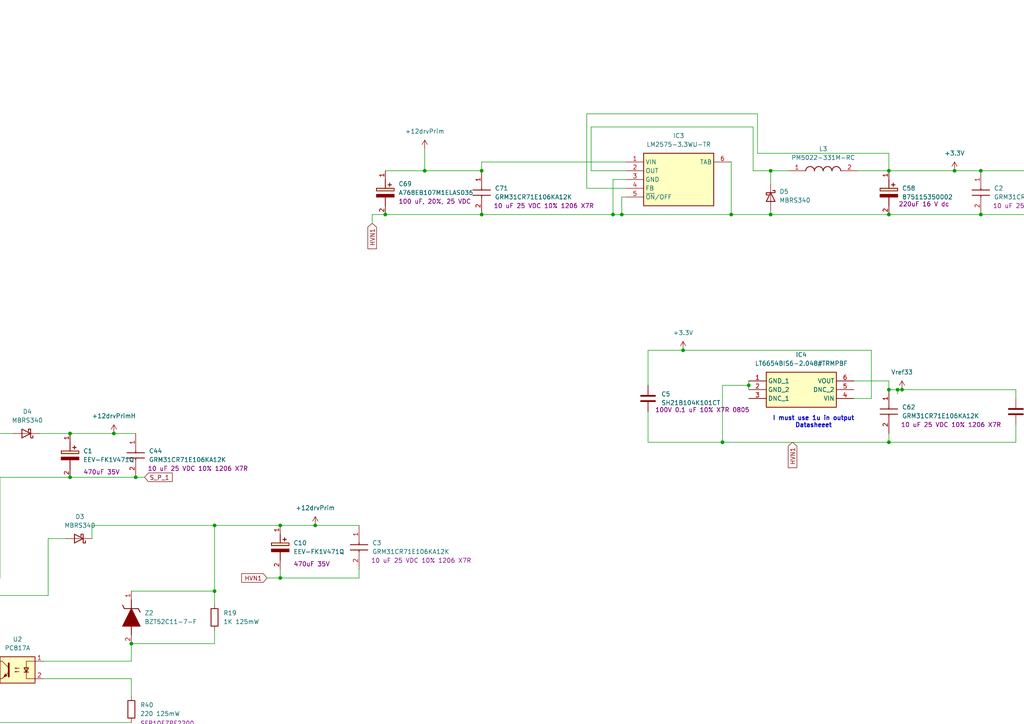
<source format=kicad_sch>
(kicad_sch (version 20250114) (generator "eeschema") (generator_version "9.0")
  (paper "A4")
  (lib_symbols
    (symbol "875115350002:875115350002" (pin_names (hide yes))
      (property "Reference" "C" (at 8.89 6.35 0))
      (property "Value" "875115350002" (at 8.89 3.81 0))
      (symbol "875115350002_1_1"
        (polyline (pts (xy 2.54 0) (xy 5.08 0)) (stroke (width 0.254)))
        (polyline (pts (xy 4.064 1.778) (xy 4.064 0.762)) (stroke (width 0.254)))
        (polyline (pts (xy 4.572 1.27) (xy 3.556 1.27)) (stroke (width 0.254)))
        (rectangle (start 5.08 2.54) (end 5.842 -2.54) (stroke (width 0.254)) (fill (type background)))
        (polyline (pts (xy 7.62 2.54) (xy 7.62 -2.54) (xy 6.858 -2.54) (xy 6.858 2.54) (xy 7.62 2.54)) (stroke (width 0.254)) (fill (type outline)))
        (polyline (pts (xy 7.62 0) (xy 10.16 0)) (stroke (width 0.254)))
        (pin passive line (at 0 0 0) (length 2.54) (name "+") (number "1"))
        (pin passive line (at 12.7 0 180) (length 2.54) (name "-") (number "2"))
      )
    )
    (symbol "A768EB107M1ELAS036:A768EB107M1ELAS036" (pin_names (hide yes))
      (property "Reference" "C" (at 10.16 -1.27 0))
      (property "Value" "A768EB107M1ELAS036" (at 8.89 3.81 0))
      (symbol "A768EB107M1ELAS036_1_1"
        (polyline (pts (xy 3.81 0) (xy 6.35 0)) (stroke (width 0.254)))
        (polyline (pts (xy 5.334 1.778) (xy 5.334 0.762)) (stroke (width 0.254)))
        (polyline (pts (xy 5.842 1.27) (xy 4.826 1.27)) (stroke (width 0.254)))
        (rectangle (start 6.35 2.54) (end 7.112 -2.54) (stroke (width 0.254)) (fill (type background)))
        (polyline (pts (xy 8.89 2.54) (xy 8.89 -2.54) (xy 8.128 -2.54) (xy 8.128 2.54) (xy 8.89 2.54)) (stroke (width 0.254)) (fill (type outline)))
        (polyline (pts (xy 8.89 0) (xy 11.43 0)) (stroke (width 0.254)))
        (pin passive line (at 1.27 0 0) (length 2.54) (name "+") (number "1"))
        (pin passive line (at 13.97 0 180) (length 2.54) (name "-") (number "2"))
      )
    )
    (symbol "BZT52C11-7-F:BZT52C11-7-F" (pin_names (hide yes))
      (property "Reference" "Z" (at 10.16 8.89 0))
      (property "Value" "BZT52C11-7-F" (at 10.16 6.35 0))
      (symbol "BZT52C11-7-F_1_1"
        (polyline (pts (xy 2.54 0) (xy 5.08 0)) (stroke (width 0.254)))
        (polyline (pts (xy 4.064 -2.54) (xy 5.08 -2.032)) (stroke (width 0.254)))
        (polyline (pts (xy 5.08 2.032) (xy 5.08 -2.032)) (stroke (width 0.254)))
        (polyline (pts (xy 5.08 2.032) (xy 6.096 2.54)) (stroke (width 0.254)))
        (polyline (pts (xy 5.08 0) (xy 10.16 2.54) (xy 10.16 -2.54) (xy 5.08 0)) (stroke (width 0.254)) (fill (type outline)))
        (polyline (pts (xy 12.7 0) (xy 10.16 0)) (stroke (width 0.254)))
        (pin passive line (at 0 0 0) (length 2.54) (name "K") (number "1"))
        (pin passive line (at 15.24 0 180) (length 2.54) (name "A") (number "2"))
      )
    )
    (symbol "Device:C" (pin_numbers (hide yes)) (pin_names (offset 0.254))
      (property "Reference" "C" (at 0.635 2.54 0))
      (property "Value" "C" (at 0.635 -2.54 0))
      (symbol "C_0_1"
        (polyline (pts (xy -2.032 0.762) (xy 2.032 0.762)) (stroke (width 0.508)))
        (polyline (pts (xy -2.032 -0.762) (xy 2.032 -0.762)) (stroke (width 0.508)))
      )
      (symbol "C_1_1"
        (pin passive line (at 0 3.81 270) (length 2.794) (name "~") (number "1"))
        (pin passive line (at 0 -3.81 90) (length 2.794) (name "~") (number "2"))
      )
    )
    (symbol "Device:R" (pin_numbers (hide yes)) (pin_names (offset 0))
      (property "Reference" "R" (at 2.032 0 90))
      (property "Value" "R" (at 0 0 90))
      (symbol "R_0_1"
        (rectangle (start -1.016 -2.54) (end 1.016 2.54) (stroke (width 0.254)))
      )
      (symbol "R_1_1"
        (pin passive line (at 0 3.81 270) (length 1.27) (name "~") (number "1"))
        (pin passive line (at 0 -3.81 90) (length 1.27) (name "~") (number "2"))
      )
    )
    (symbol "Device:Transformer_1P_2S" (pin_names (offset 1.016) (hide yes))
      (property "Reference" "T" (at 0 12.7 0))
      (property "Value" "Transformer_1P_2S" (at 0 -12.7 0))
      (symbol "Transformer_1P_2S_0_1"
        (arc (start -1.27 3.81) (mid -1.656 2.9336) (end -2.54 2.5654))
        (arc (start -1.27 1.27) (mid -1.656 0.3936) (end -2.54 0.0254))
        (arc (start -1.27 -1.27) (mid -1.656 -2.1464) (end -2.54 -2.5146))
        (arc (start -1.27 -3.81) (mid -1.656 -4.6864) (end -2.54 -5.0546))
        (arc (start -2.54 5.08) (mid -1.642 4.708) (end -1.27 3.81))
        (arc (start -2.54 2.54) (mid -1.642 2.168) (end -1.27 1.27))
        (arc (start -2.54 0) (mid -1.642 -0.372) (end -1.27 -1.27))
        (arc (start -2.54 -2.54) (mid -1.642 -2.912) (end -1.27 -3.81))
        (polyline (pts (xy -0.508 -10.16) (xy -0.508 10.16)))
        (polyline (pts (xy 0.508 10.16) (xy 0.508 -10.16)))
        (arc (start 1.2954 8.89) (mid 1.6457 9.7917) (end 2.54 10.16))
        (arc (start 1.2954 6.35) (mid 1.6457 7.2517) (end 2.54 7.62))
        (arc (start 1.2954 3.81) (mid 1.6457 4.7117) (end 2.54 5.08))
        (arc (start 1.2954 -3.81) (mid 1.6457 -2.9083) (end 2.54 -2.54))
        (arc (start 1.2954 -6.35) (mid 1.6457 -5.4483) (end 2.54 -5.08))
        (arc (start 1.2954 -8.89) (mid 1.6457 -7.9883) (end 2.54 -7.62))
        (arc (start 2.54 7.6454) (mid 1.6599 8.0099) (end 1.2954 8.89))
        (arc (start 2.54 5.1054) (mid 1.6599 5.4699) (end 1.2954 6.35))
        (arc (start 2.54 2.5654) (mid 1.6599 2.9299) (end 1.2954 3.81))
        (arc (start 2.54 -5.0546) (mid 1.6599 -4.6901) (end 1.2954 -3.81))
        (arc (start 2.54 -7.5946) (mid 1.6599 -7.2301) (end 1.2954 -6.35))
        (arc (start 2.54 -10.1346) (mid 1.6599 -9.7701) (end 1.2954 -8.89))
      )
      (symbol "Transformer_1P_2S_1_1"
        (pin passive line (at -10.16 5.08 0) (length 7.62) (name "AA") (number "1"))
        (pin passive line (at -10.16 -5.08 0) (length 7.62) (name "AB") (number "2"))
        (pin passive line (at 10.16 10.16 180) (length 7.62) (name "SA") (number "3"))
        (pin passive line (at 10.16 2.54 180) (length 7.62) (name "SB") (number "4"))
        (pin passive line (at 10.16 -2.54 180) (length 7.62) (name "SC") (number "5"))
        (pin passive line (at 10.16 -10.16 180) (length 7.62) (name "SD") (number "6"))
      )
    )
    (symbol "Diode:MBRS340" (pin_numbers (hide yes)) (pin_names (offset 1.016) (hide yes))
      (property "Reference" "D" (at 0 2.54 0))
      (property "Value" "MBRS340" (at 0 -2.54 0))
      (symbol "MBRS340_0_1"
        (polyline (pts (xy -1.905 0.635) (xy -1.905 1.27) (xy -1.27 1.27) (xy -1.27 -1.27) (xy -0.635 -1.27) (xy -0.635 -0.635)) (stroke (width 0.254)))
        (polyline (pts (xy 1.27 1.27) (xy 1.27 -1.27) (xy -1.27 0) (xy 1.27 1.27)) (stroke (width 0.254)))
        (polyline (pts (xy 1.27 0) (xy -1.27 0)))
      )
      (symbol "MBRS340_1_1"
        (pin passive line (at -3.81 0 0) (length 2.54) (name "K") (number "1"))
        (pin passive line (at 3.81 0 180) (length 2.54) (name "A") (number "2"))
      )
    )
    (symbol "Diode:US1J" (pin_numbers (hide yes)) (pin_names (hide yes))
      (property "Reference" "D" (at 0 2.54 0))
      (property "Value" "US1J" (at 0 -2.54 0))
      (symbol "US1J_0_1"
        (polyline (pts (xy -1.27 1.27) (xy -1.27 -1.27)) (stroke (width 0.254)))
        (polyline (pts (xy 1.27 1.27) (xy 1.27 -1.27) (xy -1.27 0) (xy 1.27 1.27)) (stroke (width 0.254)))
        (polyline (pts (xy 1.27 0) (xy -1.27 0)))
      )
      (symbol "US1J_1_1"
        (pin passive line (at -3.81 0 0) (length 2.54) (name "K") (number "1"))
        (pin passive line (at 3.81 0 180) (length 2.54) (name "A") (number "2"))
      )
    )
    (symbol "EEV-FK1V471Q:EEV-FK1V471Q" (pin_names (hide yes))
      (property "Reference" "C" (at 8.89 6.35 0))
      (property "Value" "EEV-FK1V471Q" (at 8.89 3.81 0))
      (symbol "EEV-FK1V471Q_1_1"
        (polyline (pts (xy 2.54 0) (xy 5.08 0)) (stroke (width 0.254)))
        (polyline (pts (xy 4.064 1.778) (xy 4.064 0.762)) (stroke (width 0.254)))
        (polyline (pts (xy 4.572 1.27) (xy 3.556 1.27)) (stroke (width 0.254)))
        (rectangle (start 5.08 2.54) (end 5.842 -2.54) (stroke (width 0.254)) (fill (type background)))
        (polyline (pts (xy 7.62 2.54) (xy 7.62 -2.54) (xy 6.858 -2.54) (xy 6.858 2.54) (xy 7.62 2.54)) (stroke (width 0.254)) (fill (type outline)))
        (polyline (pts (xy 7.62 0) (xy 10.16 0)) (stroke (width 0.254)))
        (pin passive line (at 0 0 0) (length 2.54) (name "+") (number "1"))
        (pin passive line (at 12.7 0 180) (length 2.54) (name "-") (number "2"))
      )
    )
    (symbol "GRM31CR71E106KA12K:GRM31CR71E106KA12K" (pin_names (hide yes))
      (property "Reference" "C" (at 8.89 6.35 0))
      (property "Value" "GRM31CR71E106KA12K" (at 8.89 3.81 0))
      (symbol "GRM31CR71E106KA12K_1_1"
        (polyline (pts (xy 5.08 0) (xy 5.588 0)) (stroke (width 0.254)))
        (polyline (pts (xy 5.588 2.54) (xy 5.588 -2.54)) (stroke (width 0.254)))
        (polyline (pts (xy 7.112 2.54) (xy 7.112 -2.54)) (stroke (width 0.254)))
        (polyline (pts (xy 7.112 0) (xy 7.62 0)) (stroke (width 0.254)))
        (pin passive line (at 0 0 0) (length 5.08) (name "1") (number "1"))
        (pin passive line (at 12.7 0 180) (length 5.08) (name "2") (number "2"))
      )
    )
    (symbol "Isolator:PC817" (pin_names (offset 1.016))
      (property "Reference" "U" (at -5.08 5.08 0))
      (property "Value" "PC817" (at 0 5.08 0))
      (symbol "PC817_0_1"
        (rectangle (start -5.08 3.81) (end 5.08 -3.81) (stroke (width 0.254)) (fill (type background)))
        (polyline (pts (xy -5.08 2.54) (xy -2.54 2.54) (xy -2.54 -0.635)))
        (polyline (pts (xy -3.175 -0.635) (xy -1.905 -0.635)) (stroke (width 0.254)))
        (polyline (pts (xy -2.54 -0.635) (xy -2.54 -2.54) (xy -5.08 -2.54)))
        (polyline (pts (xy -2.54 -0.635) (xy -3.175 0.635) (xy -1.905 0.635) (xy -2.54 -0.635)) (stroke (width 0.254)))
        (polyline (pts (xy -0.508 0.508) (xy 0.762 0.508) (xy 0.381 0.381) (xy 0.381 0.635) (xy 0.762 0.508)))
        (polyline (pts (xy -0.508 -0.508) (xy 0.762 -0.508) (xy 0.381 -0.635) (xy 0.381 -0.381) (xy 0.762 -0.508)))
        (polyline (pts (xy 2.54 1.905) (xy 2.54 -1.905)) (stroke (width 0.508)))
        (polyline (pts (xy 2.54 0.635) (xy 4.445 2.54)))
        (polyline (pts (xy 3.048 -1.651) (xy 3.556 -1.143) (xy 4.064 -2.159) (xy 3.048 -1.651)) (fill (type outline)))
        (polyline (pts (xy 4.445 2.54) (xy 5.08 2.54)))
        (polyline (pts (xy 4.445 -2.54) (xy 2.54 -0.635)) (fill (type outline)))
        (polyline (pts (xy 4.445 -2.54) (xy 5.08 -2.54)))
      )
      (symbol "PC817_1_1"
        (pin passive line (at -7.62 2.54 0) (length 2.54) (name "~") (number "1"))
        (pin passive line (at -7.62 -2.54 0) (length 2.54) (name "~") (number "2"))
        (pin passive line (at 7.62 2.54 180) (length 2.54) (name "~") (number "4"))
        (pin passive line (at 7.62 -2.54 180) (length 2.54) (name "~") (number "3"))
      )
    )
    (symbol "LM2575-3_3WU-TR:LM2575-3.3WU-TR"
      (property "Reference" "IC" (at 26.67 7.62 0))
      (property "Value" "LM2575-3.3WU-TR" (at 26.67 5.08 0))
      (symbol "LM2575-3.3WU-TR_1_1"
        (rectangle (start 5.08 2.54) (end 25.4 -12.7) (stroke (width 0.254)) (fill (type background)))
        (pin passive line (at 0 0 0) (length 5.08) (name "VIN") (number "1"))
        (pin passive line (at 0 -2.54 0) (length 5.08) (name "OUT") (number "2"))
        (pin passive line (at 0 -5.08 0) (length 5.08) (name "GND") (number "3"))
        (pin passive line (at 0 -7.62 0) (length 5.08) (name "FB") (number "4"))
        (pin passive line (at 0 -10.16 0) (length 5.08) (name "~{ON}/OFF") (number "5"))
        (pin passive line (at 30.48 0 180) (length 5.08) (name "TAB") (number "6"))
      )
    )
    (symbol "LM2575HVS-ADJ_NOPB:LM2575HVS-ADJ_NOPB"
      (property "Reference" "IC" (at 36.83 7.62 0))
      (property "Value" "LM2575HVS-ADJ_NOPB" (at 36.83 5.08 0))
      (symbol "LM2575HVS-ADJ_NOPB_1_1"
        (rectangle (start 5.08 2.54) (end 35.56 -12.7) (stroke (width 0.254)) (fill (type background)))
        (pin input line (at 0 0 0) (length 5.08) (name "VIN") (number "1"))
        (pin output line (at 0 -2.54 0) (length 5.08) (name "OUTPUT") (number "2"))
        (pin passive line (at 0 -5.08 0) (length 5.08) (name "GROUND") (number "3"))
        (pin passive line (at 0 -7.62 0) (length 5.08) (name "FEEDBACK") (number "4"))
        (pin passive line (at 0 -10.16 0) (length 5.08) (name "~{ON}/OFF") (number "5"))
        (pin power_in line (at 40.64 0 180) (length 5.08) (name "GND_(TAB)") (number "6"))
      )
    )
    (symbol "LT6654BIS6-2_048#TRMPBF:LT6654BIS6-2.048#TRMPBF"
      (property "Reference" "IC" (at 26.67 7.62 0))
      (property "Value" "LT6654BIS6-2.048#TRMPBF" (at 26.67 5.08 0))
      (symbol "LT6654BIS6-2.048#TRMPBF_1_1"
        (rectangle (start 5.08 2.54) (end 25.4 -7.62) (stroke (width 0.254)) (fill (type background)))
        (pin passive line (at 0 0 0) (length 5.08) (name "GND_1") (number "1"))
        (pin passive line (at 0 -2.54 0) (length 5.08) (name "GND_2") (number "2"))
        (pin passive line (at 0 -5.08 0) (length 5.08) (name "DNC_1") (number "3"))
        (pin passive line (at 30.48 0 180) (length 5.08) (name "VOUT") (number "6"))
        (pin passive line (at 30.48 -2.54 180) (length 5.08) (name "DNC_2") (number "5"))
        (pin passive line (at 30.48 -5.08 180) (length 5.08) (name "VIN") (number "4"))
      )
    )
    (symbol "PM5022-331M-RC:PM5022-331M-RC" (pin_names (hide yes))
      (property "Reference" "L" (at 16.51 6.35 0))
      (property "Value" "PM5022-331M-RC" (at 16.51 3.81 0))
      (symbol "PM5022-331M-RC_1_1"
        (arc (start 5.08 0) (mid 6.35 1.219) (end 7.62 0) (stroke (width 0.254)))
        (arc (start 7.62 0) (mid 8.89 1.219) (end 10.16 0) (stroke (width 0.254)))
        (arc (start 10.16 0) (mid 11.43 1.219) (end 12.7 0) (stroke (width 0.254)))
        (arc (start 12.7 0) (mid 13.97 1.219) (end 15.24 0) (stroke (width 0.254)))
        (pin passive line (at 0 0 0) (length 5.08) (name "1") (number "1"))
        (pin passive line (at 20.32 0 180) (length 5.08) (name "2") (number "2"))
      )
    )
    (symbol "TNY280GN-TL:TNY280GN-TL"
      (property "Reference" "PS" (at 26.67 12.7 0))
      (property "Value" "TNY280GN-TL" (at 26.67 10.16 0))
      (symbol "TNY280GN-TL_1_1"
        (rectangle (start 5.08 7.62) (end 25.4 -10.16) (stroke (width 0.254)) (fill (type background)))
        (pin passive line (at 0 0 0) (length 5.08) (name "BP/M") (number "2"))
        (pin passive line (at 10.16 -15.24 90) (length 5.08) (name "S_1") (number "5"))
        (pin passive line (at 12.7 -15.24 90) (length 5.08) (name "S_2") (number "6"))
        (pin passive line (at 15.24 12.7 270) (length 5.08) (name "D") (number "4"))
        (pin passive line (at 15.24 -15.24 90) (length 5.08) (name "S_3") (number "7"))
        (pin passive line (at 17.78 -15.24 90) (length 5.08) (name "S_4") (number "8"))
        (pin passive line (at 30.48 0 180) (length 5.08) (name "EN/UV") (number "1"))
      )
    )
    (symbol "power:+12V" (power) (pin_numbers (hide yes)) (pin_names (offset 0) (hide yes))
      (property "Value" "+12V" (at 0 3.556 0))
      (symbol "+12V_0_1"
        (polyline (pts (xy -0.762 1.27) (xy 0 2.54)))
        (polyline (pts (xy 0 2.54) (xy 0.762 1.27)))
        (polyline (pts (xy 0 0) (xy 0 2.54)))
      )
      (symbol "+12V_1_1"
        (pin power_in line (at 0 0 90) (length 0) (name "~") (number "1"))
      )
    )
    (symbol "power:+3V0" (power) (pin_numbers (hide yes)) (pin_names (offset 0) (hide yes))
      (property "Value" "+3V0" (at 0 3.556 0))
      (symbol "+3V0_0_1"
        (polyline (pts (xy -0.762 1.27) (xy 0 2.54)))
        (polyline (pts (xy 0 2.54) (xy 0.762 1.27)))
        (polyline (pts (xy 0 0) (xy 0 2.54)))
      )
      (symbol "+3V0_1_1"
        (pin power_in line (at 0 0 90) (length 0) (name "~") (number "1"))
      )
    )
    (symbol "power:+5V" (power) (pin_numbers (hide yes)) (pin_names (offset 0) (hide yes))
      (property "Value" "+5V" (at 0 3.556 0))
      (symbol "+5V_0_1"
        (polyline (pts (xy -0.762 1.27) (xy 0 2.54)))
        (polyline (pts (xy 0 2.54) (xy 0.762 1.27)))
        (polyline (pts (xy 0 0) (xy 0 2.54)))
      )
      (symbol "+5V_1_1"
        (pin power_in line (at 0 0 90) (length 0) (name "~") (number "1"))
      )
    )
  )
  (text "I must use 1u in output\nDatasheeet\n" (at 235.966 122.428 0) (effects (font (size 1.27 1.27) (thickness 0.254) (bold yes))))
  (text "add 100uF capa or see what you can do \n" (at 495.046 -4.318 0) (effects (font (size 1.27 1.27))))
  (text "https://www.power.com/products/tinyswitch/tinyswitch-iii/tny280p" (at -129.286 182.88 0) (effects (font (size 1.27 1.27))))
  (text "https://www.power.com/sites/default/files/documents/di176.pdf?language=en" (at -122.936 179.324 0) (effects (font (size 1.27 1.27))))
  (text "example of dc fan 12v 1.5w CFM-5015V-172-381 5cmx5cm" (at -53.594 142.494 0) (effects (font (size 1.27 1.27))))
  (junction (at 33.02 125.73))
  (junction (at 177.8 62.23))
  (junction (at 20.32 138.43))
  (junction (at 257.81 49.53))
  (junction (at 261.62 113.03))
  (junction (at 209.55 128.27))
  (junction (at 534.67 31.75))
  (junction (at 20.32 125.73))
  (junction (at 257.81 128.27))
  (junction (at 260.35 113.03))
  (junction (at 212.09 62.23))
  (junction (at -2.54 209.55))
  (junction (at 534.67 -8.89))
  (junction (at 284.48 49.53))
  (junction (at 139.7 49.53))
  (junction (at 217.17 111.76))
  (junction (at 257.81 62.23))
  (junction (at 523.24 -25.4))
  (junction (at 523.24 -17.78))
  (junction (at 566.42 19.05))
  (junction (at -83.82 165.1))
  (junction (at 81.28 167.64))
  (junction (at 566.42 6.35))
  (junction (at 276.86 49.53))
  (junction (at 39.37 138.43))
  (junction (at 198.12 101.6))
  (junction (at 123.19 49.53))
  (junction (at -76.2 233.68))
  (junction (at 139.7 62.23))
  (junction (at 81.28 152.4))
  (junction (at 603.25 6.35))
  (junction (at 62.23 171.45))
  (junction (at 111.76 62.23))
  (junction (at 223.52 62.23))
  (junction (at 622.3 6.35))
  (junction (at 180.34 62.23))
  (junction (at -76.2 214.63))
  (junction (at -72.39 185.42))
  (junction (at 91.44 152.4))
  (junction (at -76.2 224.79))
  (junction (at -73.66 214.63))
  (junction (at 38.1 186.69))
  (junction (at -72.39 177.8))
  (junction (at 223.52 49.53))
  (junction (at 600.71 6.35))
  (junction (at 622.3 19.05))
  (junction (at -62.23 165.1))
  (junction (at 257.81 113.03))
  (junction (at 62.23 152.4))
  (junction (at 603.25 19.05))
  (junction (at 284.48 62.23))
  (wire (pts (xy 217.17 110.49) (xy 217.17 111.76)))
  (wire (pts (xy -73.66 214.63) (xy -71.12 214.63)))
  (wire (pts (xy 528.32 -25.4) (xy 528.32 -8.89)))
  (wire (pts (xy -83.82 177.8) (xy -83.82 172.72)))
  (wire (pts (xy 26.67 152.4) (xy 62.23 152.4)))
  (wire (pts (xy 104.14 165.1) (xy 104.14 167.64)))
  (wire (pts (xy -83.82 165.1) (xy -62.23 165.1)))
  (wire (pts (xy 257.81 128.27) (xy 294.64 128.27)))
  (wire (pts (xy 111.76 62.23) (xy 139.7 62.23)))
  (wire (pts (xy 257.81 62.23) (xy 284.48 62.23)))
  (wire (pts (xy 180.34 57.15) (xy 180.34 62.23)))
  (wire (pts (xy 480.06 -10.16) (xy 520.7 -10.16)))
  (wire (pts (xy 123.19 43.18) (xy 123.19 49.53)))
  (wire (pts (xy 534.67 31.75) (xy 520.7 31.75)))
  (wire (pts (xy 600.71 6.35) (xy 603.25 6.35)))
  (wire (pts (xy -2.54 233.68) (xy -2.54 209.55)))
  (wire (pts (xy 525.78 -12.7) (xy 534.67 -12.7)))
  (wire (pts (xy 181.61 46.99) (xy 139.7 46.99)))
  (wire (pts (xy 520.7 -10.16) (xy 520.7 -8.89)))
  (wire (pts (xy 62.23 171.45) (xy 62.23 175.26)))
  (wire (pts (xy 622.3 19.05) (xy 623.57 19.05)))
  (wire (pts (xy 217.17 111.76) (xy 217.17 113.03)))
  (wire (pts (xy 219.71 44.45) (xy 219.71 33.02)))
  (wire (pts (xy 38.1 171.45) (xy 62.23 171.45)))
  (wire (pts (xy 209.55 111.76) (xy 209.55 128.27)))
  (wire (pts (xy 257.81 113.03) (xy 260.35 113.03)))
  (wire (pts (xy 62.23 182.88) (xy 62.23 186.69)))
  (wire (pts (xy 20.32 125.73) (xy 33.02 125.73)))
  (wire (pts (xy 257.81 110.49) (xy 257.81 113.03)))
  (wire (pts (xy 261.62 113.03) (xy 294.64 113.03)))
  (wire (pts (xy 591.82 6.35) (xy 600.71 6.35)))
  (wire (pts (xy 294.64 115.57) (xy 294.64 113.03)))
  (wire (pts (xy 549.91 31.75) (xy 534.67 31.75)))
  (wire (pts (xy -62.23 172.72) (xy -62.23 177.8)))
  (wire (pts (xy 223.52 62.23) (xy 257.81 62.23)))
  (wire (pts (xy 11.43 125.73) (xy 20.32 125.73)))
  (wire (pts (xy 257.81 125.73) (xy 257.81 128.27)))
  (wire (pts (xy -38.1 175.26) (xy -33.02 175.26)))
  (wire (pts (xy 0 167.64) (xy 0 138.43)))
  (wire (pts (xy -76.2 214.63) (xy -73.66 214.63)))
  (wire (pts (xy 294.64 123.19) (xy 294.64 128.27)))
  (wire (pts (xy 177.8 62.23) (xy 180.34 62.23)))
  (wire (pts (xy 218.44 49.53) (xy 223.52 49.53)))
  (wire (pts (xy 26.67 152.4) (xy 26.67 156.21)))
  (wire (pts (xy 62.23 152.4) (xy 81.28 152.4)))
  (wire (pts (xy 181.61 57.15) (xy 180.34 57.15)))
  (wire (pts (xy 223.52 49.53) (xy 228.6 49.53)))
  (wire (pts (xy 525.78 -8.89) (xy 525.78 -12.7)))
  (wire (pts (xy 33.02 125.73) (xy 39.37 125.73)))
  (wire (pts (xy -38.1 175.26) (xy -38.1 185.42)))
  (wire (pts (xy 252.73 115.57) (xy 252.73 101.6)))
  (wire (pts (xy 523.24 -17.78) (xy 548.64 -17.78)))
  (wire (pts (xy 181.61 49.53) (xy 171.45 49.53)))
  (wire (pts (xy 217.17 111.76) (xy 209.55 111.76)))
  (wire (pts (xy 530.86 -8.89) (xy 534.67 -8.89)))
  (wire (pts (xy -58.42 191.77) (xy -58.42 199.39)))
  (wire (pts (xy 603.25 19.05) (xy 622.3 19.05)))
  (wire (pts (xy 0 138.43) (xy 20.32 138.43)))
  (wire (pts (xy 549.91 19.05) (xy 566.42 19.05)))
  (wire (pts (xy -76.2 214.63) (xy -76.2 224.79)))
  (wire (pts (xy -88.9 199.39) (xy -105.41 199.39)))
  (wire (pts (xy -12.7 167.64) (xy 0 167.64)))
  (wire (pts (xy 322.58 50.8) (xy 322.58 49.53)))
  (wire (pts (xy -91.44 233.68) (xy -76.2 233.68)))
  (wire (pts (xy -62.23 165.1) (xy -33.02 165.1)))
  (wire (pts (xy 247.65 115.57) (xy 252.73 115.57)))
  (wire (pts (xy 600.71 1.27) (xy 600.71 6.35)))
  (wire (pts (xy 260.35 113.03) (xy 260.35 114.3)))
  (wire (pts (xy 223.52 60.96) (xy 223.52 62.23)))
  (wire (pts (xy 38.1 196.85) (xy 38.1 201.93)))
  (wire (pts (xy 603.25 6.35) (xy 622.3 6.35)))
  (wire (pts (xy -76.2 233.68) (xy -2.54 233.68)))
  (wire (pts (xy 218.44 36.83) (xy 218.44 49.53)))
  (wire (pts (xy 548.64 -17.78) (xy 548.64 6.35)))
  (wire (pts (xy 91.44 152.4) (xy 104.14 152.4)))
  (wire (pts (xy 171.45 49.53) (xy 171.45 36.83)))
  (wire (pts (xy 523.24 -25.4) (xy 528.32 -25.4)))
  (wire (pts (xy -73.66 185.42) (xy -73.66 186.69)))
  (wire (pts (xy -58.42 191.77) (xy -2.54 191.77)))
  (wire (pts (xy -105.41 224.79) (xy -76.2 224.79)))
  (wire (pts (xy 181.61 52.07) (xy 177.8 52.07)))
  (wire (pts (xy 260.35 113.03) (xy 261.62 113.03)))
  (wire (pts (xy 77.47 167.64) (xy 81.28 167.64)))
  (wire (pts (xy 257.81 44.45) (xy 257.81 49.53)))
  (wire (pts (xy 20.32 138.43) (xy 39.37 138.43)))
  (wire (pts (xy -78.74 214.63) (xy -76.2 214.63)))
  (wire (pts (xy 81.28 152.4) (xy 91.44 152.4)))
  (wire (pts (xy 219.71 33.02) (xy 170.18 33.02)))
  (wire (pts (xy -2.54 196.85) (xy -2.54 209.55)))
  (wire (pts (xy 223.52 49.53) (xy 223.52 53.34)))
  (wire (pts (xy 81.28 167.64) (xy 81.28 165.1)))
  (wire (pts (xy 38.1 191.77) (xy 38.1 186.69)))
  (wire (pts (xy -12.7 125.73) (xy 3.81 125.73)))
  (wire (pts (xy -2.54 209.55) (xy 38.1 209.55)))
  (wire (pts (xy 139.7 62.23) (xy 177.8 62.23)))
  (wire (pts (xy 12.7 196.85) (xy 38.1 196.85)))
  (wire (pts (xy 523.24 -8.89) (xy 523.24 -17.78)))
  (wire (pts (xy 180.34 62.23) (xy 212.09 62.23)))
  (wire (pts (xy 39.37 138.43) (xy 41.91 138.43)))
  (wire (pts (xy 219.71 44.45) (xy 257.81 44.45)))
  (wire (pts (xy 209.55 128.27) (xy 257.81 128.27)))
  (wire (pts (xy 171.45 36.83) (xy 218.44 36.83)))
  (wire (pts (xy 104.14 167.64) (xy 81.28 167.64)))
  (wire (pts (xy 212.09 62.23) (xy 223.52 62.23)))
  (wire (pts (xy -73.66 185.42) (xy -72.39 185.42)))
  (wire (pts (xy 111.76 49.53) (xy 123.19 49.53)))
  (wire (pts (xy -76.2 224.79) (xy -76.2 233.68)))
  (wire (pts (xy 534.67 -8.89) (xy 534.67 31.75)))
  (wire (pts (xy 284.48 62.23) (xy 322.58 62.23)))
  (wire (pts (xy 549.91 19.05) (xy 549.91 31.75)))
  (wire (pts (xy 248.92 49.53) (xy 257.81 49.53)))
  (wire (pts (xy -12.7 125.73) (xy -12.7 160.02)))
  (wire (pts (xy 566.42 19.05) (xy 603.25 19.05)))
  (wire (pts (xy 322.58 58.42) (xy 322.58 62.23)))
  (wire (pts (xy -12.7 172.72) (xy 13.97 172.72)))
  (wire (pts (xy -105.41 199.39) (xy -105.41 207.01)))
  (wire (pts (xy 566.42 6.35) (xy 566.42 10.16)))
  (wire (pts (xy 562.61 -33.02) (xy 562.61 1.27)))
  (wire (pts (xy 257.81 49.53) (xy 276.86 49.53)))
  (wire (pts (xy 187.96 101.6) (xy 187.96 111.76)))
  (wire (pts (xy 276.86 49.53) (xy 284.48 49.53)))
  (wire (pts (xy 177.8 52.07) (xy 177.8 62.23)))
  (wire (pts (xy 198.12 101.6) (xy 252.73 101.6)))
  (wire (pts (xy 107.95 64.77) (xy 107.95 62.23)))
  (wire (pts (xy -72.39 177.8) (xy -62.23 177.8)))
  (wire (pts (xy 12.7 191.77) (xy 38.1 191.77)))
  (wire (pts (xy -83.82 177.8) (xy -72.39 177.8)))
  (wire (pts (xy 62.23 152.4) (xy 62.23 171.45)))
  (wire (pts (xy 107.95 62.23) (xy 111.76 62.23)))
  (wire (pts (xy 13.97 172.72) (xy 13.97 156.21)))
  (wire (pts (xy 562.61 1.27) (xy 600.71 1.27)))
  (wire (pts (xy 123.19 49.53) (xy 139.7 49.53)))
  (wire (pts (xy 13.97 156.21) (xy 19.05 156.21)))
  (wire (pts (xy -92.71 165.1) (xy -83.82 165.1)))
  (wire (pts (xy 622.3 6.35) (xy 627.38 6.35)))
  (wire (pts (xy 322.58 49.53) (xy 284.48 49.53)))
  (wire (pts (xy -72.39 185.42) (xy -38.1 185.42)))
  (wire (pts (xy 566.42 6.35) (xy 571.5 6.35)))
  (wire (pts (xy 523.24 -33.02) (xy 562.61 -33.02)))
  (wire (pts (xy 534.67 -12.7) (xy 534.67 -8.89)))
  (wire (pts (xy 187.96 128.27) (xy 209.55 128.27)))
  (wire (pts (xy 187.96 119.38) (xy 187.96 128.27)))
  (wire (pts (xy -105.41 214.63) (xy -105.41 224.79)))
  (wire (pts (xy 170.18 33.02) (xy 170.18 54.61)))
  (wire (pts (xy 247.65 110.49) (xy 257.81 110.49)))
  (wire (pts (xy 566.42 17.78) (xy 566.42 19.05)))
  (wire (pts (xy 548.64 6.35) (xy 566.42 6.35)))
  (wire (pts (xy 187.96 101.6) (xy 198.12 101.6)))
  (wire (pts (xy 139.7 46.99) (xy 139.7 49.53)))
  (wire (pts (xy 212.09 46.99) (xy 212.09 62.23)))
  (wire (pts (xy 62.23 186.69) (xy 38.1 186.69)))
  (wire (pts (xy 170.18 54.61) (xy 181.61 54.61)))
  (global_label "HVP1" (shape input) (at -92.71 165.1 180) (property "Intersheetrefs" "${INTERSHEET_REFS}" (effects (hide yes))))
  (global_label "S_P_1" (shape input) (at 41.91 138.43 0) (property "Intersheetrefs" "${INTERSHEET_REFS}" (effects (hide yes))))
  (global_label "HVN1" (shape input) (at 77.47 167.64 180) (property "Intersheetrefs" "${INTERSHEET_REFS}" (effects (hide yes))))
  (global_label "HVN1" (shape input) (at -91.44 233.68 180) (property "Intersheetrefs" "${INTERSHEET_REFS}" (effects (hide yes))))
  (global_label "HVN1" (shape input) (at 229.87 128.27 270) (property "Intersheetrefs" "${INTERSHEET_REFS}" (effects (hide yes))))
  (global_label "HVN1" (shape input) (at -12.7 180.34 0) (property "Intersheetrefs" "${INTERSHEET_REFS}" (effects (hide yes))))
  (global_label "OUT1" (shape input) (at 480.06 -10.16 180) (property "Intersheetrefs" "${INTERSHEET_REFS}" (effects (hide yes))))
  (global_label "HVN1" (shape input) (at 107.95 64.77 270) (property "Intersheetrefs" "${INTERSHEET_REFS}" (effects (hide yes))))
  (symbol (lib_id "Device:Transformer_1P_2S") (at -22.86 170.18 0) (unit 1)
    (property "Reference" "T2" (at -22.86 154.94 0))
    (property "Value" "Transformer_1P_2S" (at -22.86 157.48 0))
    (property "Footprint" "New_Linrary:Trans_planner_buck" (effects (hide yes)))
    (property "Description" "Transformer, single primary, dual secondary" (effects (hide yes)))
  )
  (symbol (lib_id "power:+12V") (at 622.3 6.35 0) (unit 1)
    (property "Reference" "#PWR018" (effects (hide yes)))
    (property "Value" "+12drvSec" (at 622.3 2.54 0))
    (property "Description" "Power symbol creates a global label with name \"+12V\"" (effects (hide yes)))
  )
  (symbol (lib_id "TNY280GN-TL:TNY280GN-TL") (at -88.9 199.39 0) (unit 1)
    (property "Reference" "PS1" (at -54.61 192.9698 0))
    (property "Value" "TNY280GN-TL" (at -54.61 195.5098 0))
    (property "Footprint" "TNY280GN-TL:TNY280GNTL" (effects (hide yes)))
    (property "Description" "AC/DC Converters 28.5W 85-265 VAC 36.5W/230 VAC" (effects (hide yes)))
    (property "Height" "3.98" (effects (hide yes)))
    (property "Mouser Part Number" "869-TNY280GN-TL" (effects (hide yes)))
    (property "Mouser Price/Stock" "https://www.mouser.co.uk/ProductDetail/Power-Integrations/TNY280GN-TL?qs=vF78I%252BjhbY8Q8Coo9C8agA%3D%3D" (effects (hide yes)))
    (property "Manufacturer_Name" "Power Integrations" (effects (hide yes)))
    (property "Manufacturer_Part_Number" "TNY280GN-TL" (effects (hide yes)))
  )
  (symbol (lib_id "Device:R") (at 523.24 -21.59 0) (unit 1)
    (property "Reference" "R3" (at 525.78 -22.8601 0) (effects (justify left)))
    (property "Value" "100K 0.1% 520mW" (at 525.78 -20.3201 0) (effects (justify left)))
    (property "Footprint" "Resistor_SMD:R_1206_3216Metric" (effects (hide yes)))
    (property "Description" "Resistor" (effects (hide yes)))
  )
  (symbol (lib_id "GRM31CR71E106KA12K:GRM31CR71E106KA12K") (at 257.81 113.03 270) (unit 1)
    (property "Reference" "C62" (at 261.62 118.1099 90) (effects (justify left)))
    (property "Value" "GRM31CR71E106KA12K" (at 261.62 120.6499 90) (effects (justify left)))
    (property "Footprint" "GRM31CR71E106KA12K:GRM31x" (effects (hide yes)))
    (property "Datasheet" "https://search.murata.co.jp/Ceramy/image/img/A01X/G101/ENG/GRM31CR71E106KA12-01CA.pdf" (effects (hide yes)))
    (property "Description" "MLCC, 1206" (effects (hide yes)))
    (property "Height" "1.25" (effects (hide yes)))
    (property "Mouser Part Number" "81-GRM31CR71E106KA2K" (effects (hide yes)))
    (property "Mouser Price/Stock" "https://www.mouser.co.uk/ProductDetail/Murata-Electronics/GRM31CR71E106KA12K?qs=raY79WRVTyM6xGVExNjdaw%3D%3D" (effects (hide yes)))
    (property "Manufacturer_Name" "Murata Electronics" (effects (hide yes)))
    (property "Manufacturer_Part_Number" "GRM31CR71E106KA12K" (effects (hide yes)))
    (property "Field10" "10 uF 25 VDC 10% 1206 X7R" (at 275.844 123.19 90))
  )
  (symbol (lib_id "Device:R") (at 38.1 205.74 0) (unit 1)
    (property "Reference" "R40" (at 40.64 204.4699 0) (effects (justify left)))
    (property "Value" "220 125mW" (at 40.64 207.0099 0) (effects (justify left)))
    (property "Footprint" "Resistor_SMD:R_0805_2012Metric" (effects (hide yes)))
    (property "Description" "SFR10EZPF2200" (at 48.514 209.804 0))
  )
  (symbol (lib_id "Device:C") (at 187.96 115.57 0) (unit 1)
    (property "Reference" "C5" (at 191.77 114.2999 0) (effects (justify left)))
    (property "Value" "SH21B104K101CT" (at 191.77 116.8399 0) (effects (justify left)))
    (property "Footprint" "Capacitor_SMD:C_0805_2012Metric" (effects (hide yes)))
    (property "Description" "100V 0.1 uF 10% X7R 0805" (at 203.708 118.872 0))
  )
  (symbol (lib_id "LT6654BIS6-2_048#TRMPBF:LT6654BIS6-2.048#TRMPBF") (at 217.17 110.49 0) (unit 1)
    (property "Reference" "IC4" (at 232.41 102.87 0))
    (property "Value" "LT6654BIS6-2.048#TRMPBF" (at 232.41 105.41 0))
    (property "Footprint" "LT6654BIS6-2.048#TRMPBF:SOT95P280X100-6N" (effects (hide yes)))
    (property "Datasheet" "https://www.analog.com/media/en/technical-documentation/data-sheets/lt6654.pdf" (effects (hide yes)))
    (property "Description" "LINEAR TECHNOLOGY - LT6654BIS6-2.048#TRMPBF - Voltage Reference, Series - Fixed, LT6654 Series, 2.048V reference, 0.1 %, +/- 10ppm/C, TSOT-23-6" (effects (hide yes)))
    (property "Height" "1" (effects (hide yes)))
    (property "Manufacturer_Name" "Analog Devices" (effects (hide yes)))
    (property "Manufacturer_Part_Number" "LT6654BIS6-2.048#TRMPBF" (effects (hide yes)))
  )
  (symbol (lib_id "Diode:MBRS340") (at 566.42 13.97 270) (unit 1)
    (property "Reference" "D2" (at 568.96 12.3824 90) (effects (justify left)))
    (property "Value" "MBRS340" (at 568.96 14.9224 90) (effects (justify left)))
    (property "Footprint" "Diode_SMD:D_SMC" (effects (hide yes)))
    (property "Datasheet" "https://www.onsemi.com/download/data-sheet/pdf/mbrs340t3-d.pdf" (effects (hide yes)))
    (property "Description" "40V 3A Schottky Barrier Rectifier Diode, SMC (DO-214AB)" (effects (hide yes)))
  )
  (symbol (lib_id "power:+12V") (at 123.19 43.18 0) (unit 1)
    (property "Reference" "#PWR02" (effects (hide yes)))
    (property "Value" "+12drvPrim" (at 123.19 38.1 0))
    (property "Description" "Power symbol creates a global label with name \"+12V\"" (effects (hide yes)))
  )
  (symbol (lib_id "EEV-FK1V471Q:EEV-FK1V471Q") (at 81.28 152.4 270) (unit 1)
    (property "Reference" "C10" (at 85.09 157.4799 90) (effects (justify left)))
    (property "Value" "EEV-FK1V471Q" (at 85.09 160.0199 90) (effects (justify left)))
    (property "Footprint" "EEV-FK1V471Q:EEEFK0J332AQ" (effects (hide yes)))
    (property "Datasheet" "http://industrial.panasonic.com/cdbs/www-data/pdf/RDE0000/ABA0000C1181.pdf" (effects (hide yes)))
    (property "Description" "Cap Aluminum Lytic 470uF 35V 20% (12.5 X 13.5mm) SMD 0.06 Ohm 1100mA 2000h 105C Automotive T/R" (effects (hide yes)))
    (property "Height" "15" (effects (hide yes)))
    (property "Mouser Part Number" "667-EEV-FK1V471Q" (effects (hide yes)))
    (property "Mouser Price/Stock" "https://www.mouser.co.uk/ProductDetail/Panasonic/EEV-FK1V471Q?qs=f%252BPvLx1Hi0nmPvz1q5bc1Q%3D%3D" (effects (hide yes)))
    (property "Manufacturer_Name" "Panasonic" (effects (hide yes)))
    (property "Manufacturer_Part_Number" "EEV-FK1V471Q" (effects (hide yes)))
    (property "Field10" "470uF 35V" (at 90.424 163.576 90))
  )
  (symbol (lib_id "PM5022-331M-RC:PM5022-331M-RC") (at 228.6 49.53 0) (unit 1)
    (property "Reference" "L3" (at 238.76 43.18 0))
    (property "Value" "PM5022-331M-RC" (at 238.76 45.72 0))
    (property "Footprint" "PM5022-331M-RC:PM5022331MRC" (effects (hide yes)))
    (property "Datasheet" "https://datasheet.datasheetarchive.com/originals/distributors/Datasheets-DGA11/2187790.pdf" (effects (hide yes)))
    (property "Description" "Fixed Inductors 330uH 20% ,," (effects (hide yes)))
    (property "Height" "6.9" (effects (hide yes)))
    (property "Mouser Part Number" "542-PM5022-331M-RC" (effects (hide yes)))
    (property "Mouser Price/Stock" "https://www.mouser.co.uk/ProductDetail/Bourns/PM5022-331M-RC?qs=zx6%2FfhZlzQrZDwlBjem2zw%3D%3D" (effects (hide yes)))
    (property "Manufacturer_Name" "Bourns" (effects (hide yes)))
    (property "Manufacturer_Part_Number" "PM5022-331M-RC" (effects (hide yes)))
  )
  (symbol (lib_id "LM2575HVS-ADJ_NOPB:LM2575HVS-ADJ_NOPB") (at 520.7 -8.89 90) (mirror x) (unit 1)
    (property "Reference" "IC2" (at 516.89 10.1599 90) (effects (justify left)))
    (property "Value" "LM2575HVS-ADJ_NOPB" (effects (hide yes)))
    (property "Footprint" "LM2575HVS-ADJ_NOPB:TO170P1435X465-6N" (effects (hide yes)))
    (property "Datasheet" "https://datasheet.datasheetarchive.com/originals/distributors/Datasheets-SFU2/DSASFU100036590.pdf" (effects (hide yes)))
    (property "Description" "IC,regulator,voltage,switching,step-down,adjustable,TO263-5,LM2575HVS-ADJ/NOPB" (effects (hide yes)))
    (property "Height" "4.65" (effects (hide yes)))
    (property "Mouser Part Number" "926-LM2575HVSADJNOPB" (effects (hide yes)))
    (property "Mouser Price/Stock" "https://www.mouser.co.uk/ProductDetail/Texas-Instruments/LM2575HVS-ADJ-NOPB?qs=X1J7HmVL2ZH4Vy9jY3DJlQ%3D%3D" (effects (hide yes)))
    (property "Manufacturer_Name" "Texas Instruments" (effects (hide yes)))
    (property "Manufacturer_Part_Number" "LM2575HVS-ADJ/NOPB" (effects (hide yes)))
  )
  (symbol (lib_id "Diode:MBRS340") (at 7.62 125.73 180) (unit 1)
    (property "Reference" "D4" (at 7.9375 119.38 0))
    (property "Value" "MBRS340" (at 7.9375 121.92 0))
    (property "Footprint" "Diode_SMD:D_SMC" (effects (hide yes)))
    (property "Datasheet" "https://www.onsemi.com/download/data-sheet/pdf/mbrs340t3-d.pdf" (effects (hide yes)))
    (property "Description" "40V 3A Schottky Barrier Rectifier Diode, SMC (DO-214AB)" (effects (hide yes)))
  )
  (symbol (lib_id "Device:C") (at -62.23 168.91 0) (unit 1)
    (property "Reference" "C23" (at -58.42 167.6399 0) (effects (justify left)))
    (property "Value" "10nF 630V" (at -58.42 170.1799 0) (effects (justify left)))
    (property "Footprint" "Capacitor_SMD:C_1206_3216Metric" (effects (hide yes)))
    (property "Description" "AC1206JKNPOZBN103" (at -50.038 172.974 0))
  )
  (symbol (lib_id "GRM31CR71E106KA12K:GRM31CR71E106KA12K") (at 622.3 6.35 270) (unit 1)
    (property "Reference" "C67" (at 626.11 11.4299 90) (effects (justify left)))
    (property "Value" "GRM31CR71E106KA12K" (at 626.11 13.9699 90) (effects (justify left)))
    (property "Footprint" "GRM31CR71E106KA12K:GRM31x" (effects (hide yes)))
    (property "Datasheet" "https://search.murata.co.jp/Ceramy/image/img/A01X/G101/ENG/GRM31CR71E106KA12-01CA.pdf" (effects (hide yes)))
    (property "Description" "MLCC, 1206" (effects (hide yes)))
    (property "Height" "1.25" (effects (hide yes)))
    (property "Mouser Part Number" "81-GRM31CR71E106KA2K" (effects (hide yes)))
    (property "Mouser Price/Stock" "https://www.mouser.co.uk/ProductDetail/Murata-Electronics/GRM31CR71E106KA12K?qs=raY79WRVTyM6xGVExNjdaw%3D%3D" (effects (hide yes)))
    (property "Manufacturer_Name" "Murata Electronics" (effects (hide yes)))
    (property "Manufacturer_Part_Number" "GRM31CR71E106KA12K" (effects (hide yes)))
    (property "Field10" "10 uF 25 VDC 10% 1206 X7R" (at 640.334 16.51 90))
  )
  (symbol (lib_id "875115350002:875115350002") (at 257.81 49.53 270) (unit 1)
    (property "Reference" "C58" (at 261.62 54.6099 90) (effects (justify left)))
    (property "Value" "875115350002" (at 261.62 57.1499 90) (effects (justify left)))
    (property "Footprint" "CAPAE830X770N" (effects (hide yes)))
    (property "Datasheet" "http://katalog.we-online.de/pbs/datasheet/875115350002.pdf" (effects (hide yes)))
    (property "Description" "Wurth Elektronik 220uF 16 V dc Aluminium Polymer Capacitor, WCAP-PSHP Series 2000h 7.7 (Dia.) x 7.55mm" (effects (hide yes)))
    (property "Height" "7.7" (effects (hide yes)))
    (property "Mouser Part Number" "710-875115350002" (effects (hide yes)))
    (property "Mouser Price/Stock" "https://www.mouser.co.uk/ProductDetail/Wurth-Elektronik/875115350002?qs=0KOYDY2FL2%252BUXz2ApdK6oA%3D%3D" (effects (hide yes)))
    (property "Manufacturer_Name" "Wurth Elektronik" (effects (hide yes)))
    (property "Manufacturer_Part_Number" "875115350002" (effects (hide yes)))
    (property "Field10" "220uF 16 V dc " (at 268.478 59.182 90))
  )
  (symbol (lib_id "LM2575-3_3WU-TR:LM2575-3.3WU-TR") (at 181.61 46.99 0) (unit 1)
    (property "Reference" "IC3" (at 196.85 39.37 0))
    (property "Value" "LM2575-3.3WU-TR" (at 196.85 41.91 0))
    (property "Footprint" "LM2575-3.3WU-TR:MIC29302WU" (effects (hide yes)))
    (property "Datasheet" "http://www.microchip.com/mymicrochip/filehandler.aspx?ddocname=en579004" (effects (hide yes)))
    (property "Description" "Switching Voltage Regulators" (effects (hide yes)))
    (property "Height" "4" (effects (hide yes)))
    (property "Mouser Part Number" "998-LM2575-3.3WUTR" (effects (hide yes)))
    (property "Mouser Price/Stock" "https://www.mouser.co.uk/ProductDetail/Microchip-Technology/LM2575-3.3WU-TR?qs=Y3Q3JoKAO1TNQ1s9ijuGrQ%3D%3D" (effects (hide yes)))
    (property "Manufacturer_Name" "Microchip" (effects (hide yes)))
    (property "Manufacturer_Part_Number" "LM2575-3.3WU-TR" (effects (hide yes)))
  )
  (symbol (lib_id "GRM31CR71E106KA12K:GRM31CR71E106KA12K") (at 39.37 125.73 270) (unit 1)
    (property "Reference" "C44" (at 43.18 130.8099 90) (effects (justify left)))
    (property "Value" "GRM31CR71E106KA12K" (at 43.18 133.3499 90) (effects (justify left)))
    (property "Footprint" "GRM31CR71E106KA12K:GRM31x" (effects (hide yes)))
    (property "Datasheet" "https://search.murata.co.jp/Ceramy/image/img/A01X/G101/ENG/GRM31CR71E106KA12-01CA.pdf" (effects (hide yes)))
    (property "Description" "MLCC, 1206" (effects (hide yes)))
    (property "Height" "1.25" (effects (hide yes)))
    (property "Mouser Part Number" "81-GRM31CR71E106KA2K" (effects (hide yes)))
    (property "Mouser Price/Stock" "https://www.mouser.co.uk/ProductDetail/Murata-Electronics/GRM31CR71E106KA12K?qs=raY79WRVTyM6xGVExNjdaw%3D%3D" (effects (hide yes)))
    (property "Manufacturer_Name" "Murata Electronics" (effects (hide yes)))
    (property "Manufacturer_Part_Number" "GRM31CR71E106KA12K" (effects (hide yes)))
    (property "Field10" "10 uF 25 VDC 10% 1206 X7R" (at 57.404 135.89 90))
  )
  (symbol (lib_id "power:+5V") (at 198.12 101.6 0) (unit 1)
    (property "Reference" "#PWR021" (effects (hide yes)))
    (property "Value" "+3.3V" (at 198.12 96.52 0))
    (property "Description" "Power symbol creates a global label with name \"+5V\"" (effects (hide yes)))
  )
  (symbol (lib_id "Diode:MBRS340") (at 22.86 156.21 180) (unit 1)
    (property "Reference" "D3" (at 23.1775 149.86 0))
    (property "Value" "MBRS340" (at 23.1775 152.4 0))
    (property "Footprint" "Diode_SMD:D_SMC" (effects (hide yes)))
    (property "Datasheet" "https://www.onsemi.com/download/data-sheet/pdf/mbrs340t3-d.pdf" (effects (hide yes)))
    (property "Description" "40V 3A Schottky Barrier Rectifier Diode, SMC (DO-214AB)" (effects (hide yes)))
  )
  (symbol (lib_id "power:+5V") (at 276.86 49.53 0) (unit 1)
    (property "Reference" "#PWR025" (effects (hide yes)))
    (property "Value" "+3.3V" (at 276.86 44.45 0))
    (property "Description" "Power symbol creates a global label with name \"+5V\"" (effects (hide yes)))
  )
  (symbol (lib_id "Diode:US1J") (at -72.39 181.61 270) (unit 1)
    (property "Reference" "D1" (at -68.58 180.3399 90) (effects (justify left)))
    (property "Value" "US1J" (at -68.58 182.8799 90) (effects (justify left)))
    (property "Footprint" "Diode_SMD:D_SMA" (effects (hide yes)))
    (property "Datasheet" "https://www.diodes.com/assets/Datasheets/ds16008.pdf" (effects (hide yes)))
    (property "Description" "600V, 1A, General Purpose Rectifier Diode, SMA(DO-214AC)" (effects (hide yes)))
    (property "Sim.Device" "D" (effects (hide yes)))
    (property "Sim.Pins" "1=K 2=A" (effects (hide yes)))
    (property "Field7" "637-US1J" (at -65.278 185.166 90))
  )
  (symbol (lib_id "Device:C") (at -105.41 210.82 0) (unit 1)
    (property "Reference" "C43" (at -101.6 209.5499 0) (effects (justify left)))
    (property "Value" "10u 50v 1206" (at -101.6 212.0899 0) (effects (justify left)))
    (property "Footprint" "Capacitor_SMD:C_1206_3216Metric" (effects (hide yes)))
    (property "Description" "CL31A106KBHNNNE" (at -94.488 214.376 0))
  )
  (symbol (lib_id "EEV-FK1V471Q:EEV-FK1V471Q") (at 603.25 6.35 270) (unit 1)
    (property "Reference" "C63" (at 607.06 11.4299 90) (effects (justify left)))
    (property "Value" "EEV-FK1V471Q" (at 607.06 13.9699 90) (effects (justify left)))
    (property "Footprint" "EEV-FK1V471Q:EEEFK0J332AQ" (effects (hide yes)))
    (property "Datasheet" "http://industrial.panasonic.com/cdbs/www-data/pdf/RDE0000/ABA0000C1181.pdf" (effects (hide yes)))
    (property "Description" "Cap Aluminum Lytic 470uF 35V 20% (12.5 X 13.5mm) SMD 0.06 Ohm 1100mA 2000h 105C Automotive T/R" (effects (hide yes)))
    (property "Height" "15" (effects (hide yes)))
    (property "Mouser Part Number" "667-EEV-FK1V471Q" (effects (hide yes)))
    (property "Mouser Price/Stock" "https://www.mouser.co.uk/ProductDetail/Panasonic/EEV-FK1V471Q?qs=f%252BPvLx1Hi0nmPvz1q5bc1Q%3D%3D" (effects (hide yes)))
    (property "Manufacturer_Name" "Panasonic" (effects (hide yes)))
    (property "Manufacturer_Part_Number" "EEV-FK1V471Q" (effects (hide yes)))
    (property "Field10" "470uF 35V" (at 612.394 17.526 90))
  )
  (symbol (lib_id "Isolator:PC817") (at 5.08 194.31 0) (mirror y) (unit 1)
    (property "Reference" "U2" (at 5.08 185.42 0))
    (property "Value" "PC817A" (at 5.08 187.96 0))
    (property "Footprint" "New_Linrary:PC817" (effects (hide yes)))
    (property "Datasheet" "http://www.soselectronic.cz/a_info/resource/d/pc817.pdf" (effects (hide yes)))
    (property "Description" "DC Optocoupler, Vce 35V, CTR 50-300%, DIP-4" (effects (hide yes)))
  )
  (symbol (lib_id "Diode:MBRS340") (at 223.52 57.15 270) (unit 1)
    (property "Reference" "D5" (at 226.06 55.5624 90) (effects (justify left)))
    (property "Value" "MBRS340" (at 226.06 58.1024 90) (effects (justify left)))
    (property "Footprint" "Diode_SMD:D_SMC" (effects (hide yes)))
    (property "Datasheet" "https://www.onsemi.com/download/data-sheet/pdf/mbrs340t3-d.pdf" (effects (hide yes)))
    (property "Description" "40V 3A Schottky Barrier Rectifier Diode, SMC (DO-214AB)" (effects (hide yes)))
  )
  (symbol (lib_id "power:+3V0") (at 261.62 113.03 0) (unit 1)
    (property "Reference" "#PWR022" (effects (hide yes)))
    (property "Value" "Vref33" (at 261.62 107.95 0))
    (property "Description" "Power symbol creates a global label with name \"+3V0\"" (effects (hide yes)))
  )
  (symbol (lib_id "Device:R") (at 523.24 -29.21 0) (unit 1)
    (property "Reference" "R4" (at 525.78 -30.4801 0) (effects (justify left)))
    (property "Value" "100K 0.1% 520mW" (at 525.78 -27.9401 0) (effects (justify left)))
    (property "Footprint" "Resistor_SMD:R_1206_3216Metric" (effects (hide yes)))
    (property "Description" "Resistor" (effects (hide yes)))
  )
  (symbol (lib_id "Device:R") (at -83.82 168.91 0) (unit 1)
    (property "Reference" "R18" (at -81.28 167.6399 0) (effects (justify left)))
    (property "Value" "82K 2W" (at -81.28 170.1799 0) (effects (justify left)))
    (property "Footprint" "Resistor_SMD:R_2512_6332Metric" (effects (hide yes)))
    (property "Description" "CRGP2512F82R" (at -74.676 173.482 0))
  )
  (symbol (lib_id "power:+12V") (at 33.02 125.73 0) (unit 1)
    (property "Reference" "#PWR016" (effects (hide yes)))
    (property "Value" "+12drvPrimH" (at 33.02 120.65 0))
    (property "Description" "Power symbol creates a global label with name \"+12V\"" (effects (hide yes)))
  )
  (symbol (lib_id "GRM31CR71E106KA12K:GRM31CR71E106KA12K") (at 284.48 49.53 270) (unit 1)
    (property "Reference" "C2" (at 288.29 54.6099 90) (effects (justify left)))
    (property "Value" "GRM31CR71E106KA12K" (at 288.29 57.1499 90) (effects (justify left)))
    (property "Footprint" "GRM31CR71E106KA12K:GRM31x" (effects (hide yes)))
    (property "Datasheet" "https://search.murata.co.jp/Ceramy/image/img/A01X/G101/ENG/GRM31CR71E106KA12-01CA.pdf" (effects (hide yes)))
    (property "Description" "MLCC, 1206" (effects (hide yes)))
    (property "Height" "1.25" (effects (hide yes)))
    (property "Mouser Part Number" "81-GRM31CR71E106KA2K" (effects (hide yes)))
    (property "Mouser Price/Stock" "https://www.mouser.co.uk/ProductDetail/Murata-Electronics/GRM31CR71E106KA12K?qs=raY79WRVTyM6xGVExNjdaw%3D%3D" (effects (hide yes)))
    (property "Manufacturer_Name" "Murata Electronics" (effects (hide yes)))
    (property "Manufacturer_Part_Number" "GRM31CR71E106KA12K" (effects (hide yes)))
    (property "Field10" "10 uF 25 VDC 10% 1206 X7R" (at 302.514 59.69 90))
  )
  (symbol (lib_id "Device:C") (at 322.58 54.61 0) (unit 1)
    (property "Reference" "C13" (at 326.39 53.3399 0) (effects (justify left)))
    (property "Value" "SH21B104K101CT" (at 326.39 55.8799 0) (effects (justify left)))
    (property "Footprint" "Capacitor_SMD:C_0805_2012Metric" (effects (hide yes)))
    (property "Description" "100V 0.1 uF 10% X7R 0805" (at 338.328 57.912 0))
  )
  (symbol (lib_id "power:+12V") (at 91.44 152.4 0) (unit 1)
    (property "Reference" "#PWR019" (effects (hide yes)))
    (property "Value" "+12drvPrim" (at 91.44 147.32 0))
    (property "Description" "Power symbol creates a global label with name \"+12V\"" (effects (hide yes)))
  )
  (symbol (lib_id "PM5022-331M-RC:PM5022-331M-RC") (at 571.5 6.35 0) (unit 1)
    (property "Reference" "L1" (at 581.66 0 0))
    (property "Value" "PM5022-331M-RC" (at 581.66 2.54 0))
    (property "Footprint" "PM5022-331M-RC:PM5022331MRC" (effects (hide yes)))
    (property "Datasheet" "https://datasheet.datasheetarchive.com/originals/distributors/Datasheets-DGA11/2187790.pdf" (effects (hide yes)))
    (property "Description" "Fixed Inductors 330uH 20% ,," (effects (hide yes)))
    (property "Height" "6.9" (effects (hide yes)))
    (property "Mouser Part Number" "542-PM5022-331M-RC" (effects (hide yes)))
    (property "Mouser Price/Stock" "https://www.mouser.co.uk/ProductDetail/Bourns/PM5022-331M-RC?qs=zx6%2FfhZlzQrZDwlBjem2zw%3D%3D" (effects (hide yes)))
    (property "Manufacturer_Name" "Bourns" (effects (hide yes)))
    (property "Manufacturer_Part_Number" "PM5022-331M-RC" (effects (hide yes)))
  )
  (symbol (lib_id "Device:R") (at 62.23 179.07 0) (unit 1)
    (property "Reference" "R19" (at 64.77 177.7999 0) (effects (justify left)))
    (property "Value" "1K 125mW" (at 64.77 180.3399 0) (effects (justify left)))
    (property "Footprint" "Resistor_SMD:R_0805_2012Metric" (effects (hide yes)))
    (property "Description" "Resistor" (effects (hide yes)))
  )
  (symbol (lib_id "GRM31CR71E106KA12K:GRM31CR71E106KA12K") (at 139.7 49.53 270) (unit 1)
    (property "Reference" "C71" (at 143.51 54.6099 90) (effects (justify left)))
    (property "Value" "GRM31CR71E106KA12K" (at 143.51 57.1499 90) (effects (justify left)))
    (property "Footprint" "GRM31CR71E106KA12K:GRM31x" (effects (hide yes)))
    (property "Datasheet" "https://search.murata.co.jp/Ceramy/image/img/A01X/G101/ENG/GRM31CR71E106KA12-01CA.pdf" (effects (hide yes)))
    (property "Description" "MLCC, 1206" (effects (hide yes)))
    (property "Height" "1.25" (effects (hide yes)))
    (property "Mouser Part Number" "81-GRM31CR71E106KA2K" (effects (hide yes)))
    (property "Mouser Price/Stock" "https://www.mouser.co.uk/ProductDetail/Murata-Electronics/GRM31CR71E106KA12K?qs=raY79WRVTyM6xGVExNjdaw%3D%3D" (effects (hide yes)))
    (property "Manufacturer_Name" "Murata Electronics" (effects (hide yes)))
    (property "Manufacturer_Part_Number" "GRM31CR71E106KA12K" (effects (hide yes)))
    (property "Field10" "10 uF 25 VDC 10% 1206 X7R" (at 157.734 59.69 90))
  )
  (symbol (lib_id "BZT52C11-7-F:BZT52C11-7-F") (at 38.1 171.45 270) (unit 1)
    (property "Reference" "Z2" (at 41.91 177.7999 90) (effects (justify left)))
    (property "Value" "BZT52C11-7-F" (at 41.91 180.3399 90) (effects (justify left)))
    (property "Footprint" "BZT52C11-7-F:SOD3716X145N" (effects (hide yes)))
    (property "Datasheet" "https://www.diodes.com//assets/Datasheets/ds18004.pdf" (effects (hide yes)))
    (property "Description" "Diodes Inc BZT52C11-7-F Zener Diode, 11V 5% 500 mW SMT 2-Pin SOD-123" (effects (hide yes)))
    (property "Height" "1.45" (effects (hide yes)))
    (property "Mouser Part Number" "621-BZT52C11-F" (effects (hide yes)))
    (property "Mouser Price/Stock" "https://www.mouser.co.uk/ProductDetail/Diodes-Incorporated/BZT52C11-7-F?qs=NCeJV9s1cFlH%2FmA72UzX4g%3D%3D" (effects (hide yes)))
    (property "Manufacturer_Name" "Diodes Incorporated" (effects (hide yes)))
    (property "Manufacturer_Part_Number" "BZT52C11-7-F" (effects (hide yes)))
  )
  (symbol (lib_id "A768EB107M1ELAS036:A768EB107M1ELAS036") (at 111.76 48.26 270) (unit 1)
    (property "Reference" "C69" (at 115.57 53.3399 90) (effects (justify left)))
    (property "Value" "A768EB107M1ELAS036" (at 115.57 55.8799 90) (effects (justify left)))
    (property "Footprint" "A768EB107M1ELAS036:CAPAE660X600N" (effects (hide yes)))
    (property "Datasheet" "https://content.kemet.com/datasheets/KEM_A4088_A768.pdf" (effects (hide yes)))
    (property "Description" "A768, Aluminum, Polymer Aluminum, 100 uF, 20%, 25 VDC, -55/+125C, 125C, -55C, 125C, 2,000 Hrs, 36 mOhms, 500 uA, 6.3mm, 5.7mm, 1000" (effects (hide yes)))
    (property "Height" "6" (effects (hide yes)))
    (property "Mouser Part Number" "80-A768EB107M1ELAS36" (effects (hide yes)))
    (property "Mouser Price/Stock" "https://www.mouser.co.uk/ProductDetail/KEMET/A768EB107M1ELAS036?qs=DuoOggApuK8GRda2HhTQFg%3D%3D" (effects (hide yes)))
    (property "Manufacturer_Name" "KEMET" (effects (hide yes)))
    (property "Manufacturer_Part_Number" "A768EB107M1ELAS036" (effects (hide yes)))
    (property "Field10" "100 uF, 20%, 25 VDC" (at 115.57 58.4199 90) (effects (justify left)))
  )
  (symbol (lib_id "GRM31CR71E106KA12K:GRM31CR71E106KA12K") (at 104.14 152.4 270) (unit 1)
    (property "Reference" "C3" (at 107.95 157.4799 90) (effects (justify left)))
    (property "Value" "GRM31CR71E106KA12K" (at 107.95 160.0199 90) (effects (justify left)))
    (property "Footprint" "GRM31CR71E106KA12K:GRM31x" (effects (hide yes)))
    (property "Datasheet" "https://search.murata.co.jp/Ceramy/image/img/A01X/G101/ENG/GRM31CR71E106KA12-01CA.pdf" (effects (hide yes)))
    (property "Description" "MLCC, 1206" (effects (hide yes)))
    (property "Height" "1.25" (effects (hide yes)))
    (property "Mouser Part Number" "81-GRM31CR71E106KA2K" (effects (hide yes)))
    (property "Mouser Price/Stock" "https://www.mouser.co.uk/ProductDetail/Murata-Electronics/GRM31CR71E106KA12K?qs=raY79WRVTyM6xGVExNjdaw%3D%3D" (effects (hide yes)))
    (property "Manufacturer_Name" "Murata Electronics" (effects (hide yes)))
    (property "Manufacturer_Part_Number" "GRM31CR71E106KA12K" (effects (hide yes)))
    (property "Field10" "10 uF 25 VDC 10% 1206 X7R" (at 122.174 162.56 90))
  )
  (symbol (lib_id "EEV-FK1V471Q:EEV-FK1V471Q") (at 20.32 125.73 270) (unit 1)
    (property "Reference" "C1" (at 24.13 130.8099 90) (effects (justify left)))
    (property "Value" "EEV-FK1V471Q" (at 24.13 133.3499 90) (effects (justify left)))
    (property "Footprint" "EEV-FK1V471Q:EEEFK0J332AQ" (effects (hide yes)))
    (property "Datasheet" "http://industrial.panasonic.com/cdbs/www-data/pdf/RDE0000/ABA0000C1181.pdf" (effects (hide yes)))
    (property "Description" "Cap Aluminum Lytic 470uF 35V 20% (12.5 X 13.5mm) SMD 0.06 Ohm 1100mA 2000h 105C Automotive T/R" (effects (hide yes)))
    (property "Height" "15" (effects (hide yes)))
    (property "Mouser Part Number" "667-EEV-FK1V471Q" (effects (hide yes)))
    (property "Mouser Price/Stock" "https://www.mouser.co.uk/ProductDetail/Panasonic/EEV-FK1V471Q?qs=f%252BPvLx1Hi0nmPvz1q5bc1Q%3D%3D" (effects (hide yes)))
    (property "Manufacturer_Name" "Panasonic" (effects (hide yes)))
    (property "Manufacturer_Part_Number" "EEV-FK1V471Q" (effects (hide yes)))
    (property "Field10" "470uF 35V" (at 29.464 136.906 90))
  )
  (symbol (lib_id "Device:C") (at 294.64 119.38 0) (unit 1)
    (property "Reference" "C42" (at 298.45 118.1099 0) (effects (justify left)))
    (property "Value" "SH21B104K101CT" (at 298.45 120.6499 0) (effects (justify left)))
    (property "Footprint" "Capacitor_SMD:C_0805_2012Metric" (effects (hide yes)))
    (property "Description" "100V 0.1 uF 10% X7R 0805" (at 310.388 122.682 0))
  )
)
</source>
